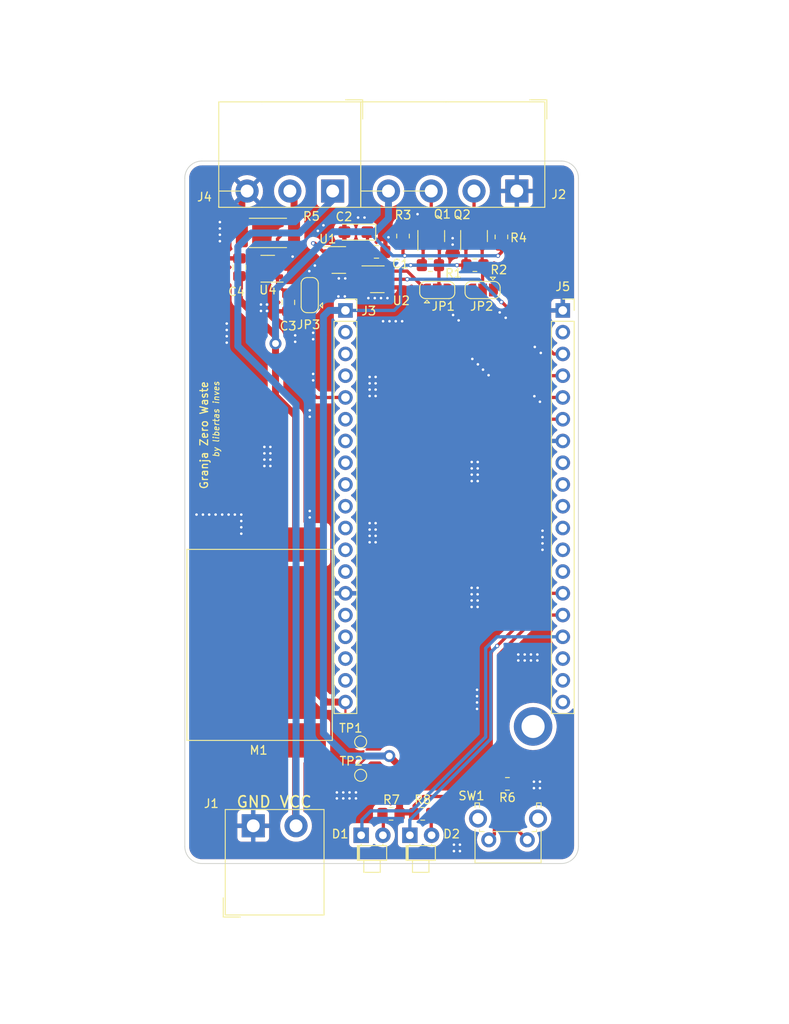
<source format=kicad_pcb>
(kicad_pcb (version 20211014) (generator pcbnew)
  (title_block (title "4-20mA Wifi Logger ") (date "2022-03-15") (rev "v1.0"))
  (layers (0 "F.Cu" signal) (31 "B.Cu" signal) (34 "B.Paste" user) (35 "F.Paste" user) (36 "B.SilkS" user "B.Silkscreen") (37 "F.SilkS" user "F.Silkscreen") (38 "B.Mask" user) (39 "F.Mask" user) (44 "Edge.Cuts" user))
  (net 0 "")
  (net 1 "GND")
  (net 2 "+5V")
  (net 4 "led1")
  (net 5 "Net-(D1-Pad2)")
  (net 6 "led2")
  (net 7 "Net-(D2-Pad2)")
  (net 8 "+3V3")
  (net 9 "switch")
  (net 10 "adc_uc")
  (net 11 "scl")
  (net 12 "sda")
  (net 13 "adc121")
  (net 14 "+12V")
  (net 29 "Net-(J4-Pad2)")
  (net 31 "tx")
  (net 32 "rx")
  (net 42 "Net-(J2-Pad3)")
  (net 43 "Net-(J2-Pad2)")
  (net 44 "Net-(JP1-Pad2)")
  (net 45 "Net-(JP2-Pad2)")
  (net 46 "Net-(C1-Pad1)")
  (net 48 "Net-(C3-Pad1)")
  (footprint "project_library:TerminalBlock__1x02_P5.00mm_90Degree" (layer "F.Cu") (at 146 118.5958)
    (fp_text reference "J1" (at -4.9 -2.5958) (layer "F.SilkS"))
    (fp_text value "Screw_Terminal_01x02")
    (pad "1" thru_hole rect locked (at 0 0) (size 2.7 2.7) (drill 1.5) (layers *.Cu *.Mask) (net 1 "GND"))
    (pad "2" thru_hole circle locked (at 5 0) (size 2.7 2.7) (drill 1.5) (layers *.Cu *.Mask) (net 14 "+12V"))
  )
  (footprint "Package_TO_SOT_SMD:SOT-23-5" (layer "F.Cu") (at 156 52.55)
    (fp_text reference "U1" (at -1.3 -2.45) (layer "F.SilkS"))
    (fp_text value "LP2980-ADJ")
    (pad "1" smd roundrect (at -1.1375 -0.95) (size 1.325 0.6) (layers "F.Cu" "F.Paste" "F.Mask") (net 2 "+5V"))
    (pad "2" smd roundrect (at -1.1375 0) (size 1.325 0.6) (layers "F.Cu" "F.Paste" "F.Mask") (net 1 "GND"))
    (pad "3" smd roundrect (at -1.1375 0.95) (size 1.325 0.6) (layers "F.Cu" "F.Paste" "F.Mask") (net 2 "+5V"))
    (pad "4" smd roundrect (at 1.1375 0.95) (size 1.325 0.6) (layers "F.Cu" "F.Paste" "F.Mask"))
    (pad "5" smd roundrect (at 1.1375 -0.95) (size 1.325 0.6) (layers "F.Cu" "F.Paste" "F.Mask") (net 46 "Net-(C1-Pad1)"))
  )
  (footprint "Resistor_SMD:R_0805_2012Metric_Pad1.20x1.40mm_HandSolder" (layer "F.Cu") (at 163.5 49.756 -90)
    (fp_text reference "R3" (at -2.456 0 180) (layer "F.SilkS"))
    (fp_text value "10k")
    (pad "1" smd roundrect (at -1 0 270) (size 1.2 1.4) (layers "F.Cu" "F.Paste" "F.Mask") (roundrect_rratio 0.208333) (net 42 "Net-(J2-Pad3)"))
    (pad "2" smd roundrect (at 1 0 270) (size 1.2 1.4) (layers "F.Cu" "F.Paste" "F.Mask") (roundrect_rratio 0.208333) (net 2 "+5V"))
  )
  (footprint "Package_TO_SOT_SMD:SOT-23-6" (layer "F.Cu") (at 147.6929 53.56975 180)
    (fp_text reference "U4" (at -0.0071 -2.48625) (layer "F.SilkS"))
    (fp_text value "LMP8640")
    (pad "1" smd roundrect locked (at -1.1375 -0.95 180) (size 1.325 0.6) (layers "F.Cu" "F.Paste" "F.Mask") (net 48 "Net-(C3-Pad1)"))
    (pad "2" smd roundrect locked (at -1.1375 0 180) (size 1.325 0.6) (layers "F.Cu" "F.Paste" "F.Mask") (net 1 "GND"))
    (pad "3" smd roundrect locked (at -1.1375 0.95 180) (size 1.325 0.6) (layers "F.Cu" "F.Paste" "F.Mask") (net 29 "Net-(J4-Pad2)"))
    (pad "4" smd roundrect locked (at 1.1375 0.95 180) (size 1.325 0.6) (layers "F.Cu" "F.Paste" "F.Mask") (net 1 "GND"))
    (pad "5" smd roundrect locked (at 1.1375 0 180) (size 1.325 0.6) (layers "F.Cu" "F.Paste" "F.Mask"))
    (pad "6" smd roundrect locked (at 1.1375 -0.95 180) (size 1.325 0.6) (layers "F.Cu" "F.Paste" "F.Mask") (net 2 "+5V"))
  )
  (footprint "Resistor_SMD:R_0805_2012Metric_Pad1.20x1.40mm_HandSolder" (layer "F.Cu") (at 166.7 53.156 180)
    (fp_text reference "R1" (at -2.7 -0.944) (layer "F.SilkS"))
    (fp_text value "10k")
    (pad "1" smd roundrect (at -1 0 180) (size 1.2 1.4) (layers "F.Cu" "F.Paste" "F.Mask") (roundrect_rratio 0.208333) (net 44 "Net-(JP1-Pad2)"))
    (pad "2" smd roundrect (at 1 0 180) (size 1.2 1.4) (layers "F.Cu" "F.Paste" "F.Mask") (roundrect_rratio 0.208333) (net 8 "+3V3"))
  )
  (footprint "LED_THT:LED_D1.8mm_W1.8mm_H2.4mm_Horizontal_O1.27mm_Z1.6mm" (layer "F.Cu") (at 158.61 119.7)
    (fp_text reference "D1" (at -2.46 -0.15) (layer "F.SilkS"))
    (fp_text value "LED")
    (pad "1" thru_hole rect locked (at 0 0) (size 1.8 1.8) (drill 0.9) (layers *.Cu *.Mask) (net 4 "led1"))
    (pad "2" thru_hole circle locked (at 2.54 0) (size 1.8 1.8) (drill 0.9) (layers *.Cu *.Mask) (net 5 "Net-(D1-Pad2)"))
  )
  (footprint "Jumper:SolderJumper-3_P1.3mm_Open_RoundedPad1.0x1.5mm" (layer "F.Cu") (at 167.5 56.056)
    (fp_text reference "JP1" (at 0.7 1.9) (layer "F.SilkS"))
    (fp_text value "SolderJumper_3_Open")
    (pad "1" smd custom (at -1.3 0) (size 1 0.5) (layers "F.Cu" "F.Mask") (net 12 "sda") (options (clearance outline) (anchor rect)) (primitives (gr_circle (center 0 0.25) (end 0.5 0.25) (width 0) (fill yes)) (gr_circle (center 0 -0.25) (end 0.5 -0.25) (width 0) (fill yes)) (gr_poly (pts (xy 0.55 0.75) (xy 0 0.75) (xy 0 -0.75) (xy 0.55 -0.75)) (width 0) (fill yes))))
    (pad "2" smd rect (at 0 0) (size 1 1.5) (layers "F.Cu" "F.Mask") (net 44 "Net-(JP1-Pad2)"))
    (pad "3" smd custom (at 1.3 0) (size 1 0.5) (layers "F.Cu" "F.Mask") (net 32 "rx") (options (clearance outline) (anchor rect)) (primitives (gr_circle (center 0 0.25) (end 0.5 0.25) (width 0) (fill yes)) (gr_circle (center 0 -0.25) (end 0.5 -0.25) (width 0) (fill yes)) (gr_poly (pts (xy 0 0.75) (xy -0.55 0.75) (xy -0.55 -0.75) (xy 0 -0.75)) (width 0) (fill yes))))
  )
  (footprint "Capacitor_SMD:C_0805_2012Metric_Pad1.18x1.45mm_HandSolder" (layer "F.Cu") (at 150.1 57.5 -90)
    (fp_text reference "C3" (at 2.7625 0.025) (layer "F.SilkS"))
    (fp_text value "10 uF")
    (pad "1" smd roundrect locked (at -1.0375 0 270) (size 1.175 1.45) (layers "F.Cu" "F.Paste" "F.Mask") (roundrect_rratio 0.2127659574) (net 48 "Net-(C3-Pad1)"))
    (pad "2" smd roundrect locked (at 1.0375 0 270) (size 1.175 1.45) (layers "F.Cu" "F.Paste" "F.Mask") (roundrect_rratio 0.2127659574) (net 1 "GND"))
  )
  (footprint "Resistor_SMD:R_0805_2012Metric_Pad1.20x1.40mm_HandSolder" (layer "F.Cu") (at 162.1 117.2)
    (fp_text reference "R7" (at 0.05 -1.65) (layer "F.SilkS"))
    (fp_text value "1k")
    (pad "1" smd roundrect locked (at -1 0) (size 1.2 1.4) (layers "F.Cu" "F.Paste" "F.Mask") (roundrect_rratio 0.2083333333) (net 5 "Net-(D1-Pad2)"))
    (pad "2" smd roundrect locked (at 1 0) (size 1.2 1.4) (layers "F.Cu" "F.Paste" "F.Mask") (roundrect_rratio 0.2083333333) (net 8 "+3V3"))
  )
  (footprint "Jumper:SolderJumper-3_P1.3mm_Open_RoundedPad1.0x1.5mm" (layer "F.Cu") (at 152.6 56.65 90)
    (fp_text reference "JP3" (at -3.45 -0.1325) (layer "F.SilkS"))
    (fp_text value "SolderJumper_3_Open")
    (pad "1" smd custom (at -1.3 0 90) (size 1 0.5) (layers "F.Cu" "F.Mask") (net 10 "adc_uc") (options (clearance outline) (anchor rect)) (primitives (gr_circle (center 0 0.25) (end 0.5 0.25) (width 0) (fill yes)) (gr_circle (center 0 -0.25) (end 0.5 -0.25) (width 0) (fill yes)) (gr_poly (pts (xy 0.55 0.75) (xy 0 0.75) (xy 0 -0.75) (xy 0.55 -0.75)) (width 0) (fill yes))))
    (pad "2" smd rect (at 0 0 90) (size 1 1.5) (layers "F.Cu" "F.Mask") (net 48 "Net-(C3-Pad1)"))
    (pad "3" smd custom (at 1.3 0 90) (size 1 0.5) (layers "F.Cu" "F.Mask") (net 13 "adc121") (options (clearance outline) (anchor rect)) (primitives (gr_circle (center 0 0.25) (end 0.5 0.25) (width 0) (fill yes)) (gr_circle (center 0 -0.25) (end 0.5 -0.25) (width 0) (fill yes)) (gr_poly (pts (xy 0 0.75) (xy -0.55 0.75) (xy -0.55 -0.75) (xy 0 -0.75)) (width 0) (fill yes))))
  )
  (footprint "Resistor_SMD:R_0805_2012Metric_Pad1.20x1.40mm_HandSolder" (layer "F.Cu") (at 175.7 113.7 180)
    (fp_text reference "R6" (at 0 -1.6) (layer "F.SilkS"))
    (fp_text value "10k")
    (pad "1" smd roundrect locked (at -1 0 180) (size 1.2 1.4) (layers "F.Cu" "F.Paste" "F.Mask") (roundrect_rratio 0.2083333333) (net 1 "GND"))
    (pad "2" smd roundrect locked (at 1 0 180) (size 1.2 1.4) (layers "F.Cu" "F.Paste" "F.Mask") (roundrect_rratio 0.2083333333) (net 9 "switch"))
  )
  (footprint "project_library:TerminalBlock__1x04_P5.00mm_90Degree" (layer "F.Cu") (at 176.8 44.5 180)
    (fp_text reference "J2" (at -4.9 -0.4) (layer "F.SilkS"))
    (fp_text value "Screw_Terminal_01x04")
    (pad "1" thru_hole rect (at 0 0 180) (size 2.7 2.7) (drill 1.5) (layers *.Cu *.Mask) (net 1 "GND"))
    (pad "2" thru_hole circle (at 5 0 180) (size 2.7 2.7) (drill 1.5) (layers *.Cu *.Mask) (net 43 "Net-(J2-Pad2)"))
    (pad "3" thru_hole circle (at 10 0 180) (size 2.7 2.7) (drill 1.5) (layers *.Cu *.Mask) (net 42 "Net-(J2-Pad3)"))
    (pad "4" thru_hole circle (at 15 0 180) (size 2.7 2.7) (drill 1.5) (layers *.Cu *.Mask) (net 2 "+5V"))
  )
  (footprint "Package_TO_SOT_SMD:SOT-23-6" (layer "F.Cu") (at 160.5 54.8)
    (fp_text reference "U2" (at 2.8 2.5) (layer "F.SilkS"))
    (fp_text value "ADC121C027CIMK")
    (pad "1" smd roundrect (at -1.1375 -0.95) (size 1.325 0.6) (layers "F.Cu" "F.Paste" "F.Mask") (net 46 "Net-(C1-Pad1)"))
    (pad "2" smd roundrect (at -1.1375 0) (size 1.325 0.6) (layers "F.Cu" "F.Paste" "F.Mask") (net 1 "GND"))
    (pad "3" smd roundrect (at -1.1375 0.95) (size 1.325 0.6) (layers "F.Cu" "F.Paste" "F.Mask") (net 13 "adc121"))
    (pad "4" smd roundrect (at 1.1375 0.95) (size 1.325 0.6) (layers "F.Cu" "F.Paste" "F.Mask") (net 1 "GND"))
    (pad "5" smd roundrect (at 1.1375 0) (size 1.325 0.6) (layers "F.Cu" "F.Paste" "F.Mask") (net 11 "scl"))
    (pad "6" smd roundrect (at 1.1375 -0.95) (size 1.325 0.6) (layers "F.Cu" "F.Paste" "F.Mask") (net 12 "sda"))
  )
  (footprint "Resistor_SMD:R_0805_2012Metric_Pad1.20x1.40mm_HandSolder" (layer "F.Cu") (at 165.8 117.2 180)
    (fp_text reference "R8" (at 0 1.65) (layer "F.SilkS"))
    (fp_text value "1k")
    (pad "1" smd roundrect locked (at -1 0 180) (size 1.2 1.4) (layers "F.Cu" "F.Paste" "F.Mask") (roundrect_rratio 0.2083333333) (net 7 "Net-(D2-Pad2)"))
    (pad "2" smd roundrect locked (at 1 0 180) (size 1.2 1.4) (layers "F.Cu" "F.Paste" "F.Mask") (roundrect_rratio 0.2083333333) (net 8 "+3V3"))
  )
  (footprint "Capacitor_SMD:C_0805_2012Metric_Pad1.18x1.45mm_HandSolder" (layer "F.Cu") (at 160.4 51.6)
    (fp_text reference "C1" (at 2.8 1.4) (layer "F.SilkS"))
    (fp_text value "100 nF")
    (pad "1" smd roundrect (at -1.0375 0) (size 1.175 1.45) (layers "F.Cu" "F.Paste" "F.Mask") (roundrect_rratio 0.212766) (net 46 "Net-(C1-Pad1)"))
    (pad "2" smd roundrect (at 1.0375 0) (size 1.175 1.45) (layers "F.Cu" "F.Paste" "F.Mask") (roundrect_rratio 0.212766) (net 1 "GND"))
  )
  (footprint "Package_TO_SOT_SMD:SOT-23" (layer "F.Cu") (at 171.8 49.756 90)
    (fp_text reference "Q2" (at 2.5 -1.4 180) (layer "F.SilkS"))
    (fp_text value "BSS138")
    (pad "1" smd roundrect (at -0.9375 -0.95 90) (size 1.475 0.6) (layers "F.Cu" "F.Paste" "F.Mask") (net 8 "+3V3"))
    (pad "2" smd roundrect (at -0.9375 0.95 90) (size 1.475 0.6) (layers "F.Cu" "F.Paste" "F.Mask") (net 45 "Net-(JP2-Pad2)"))
    (pad "3" smd roundrect (at 0.9375 0 90) (size 1.475 0.6) (layers "F.Cu" "F.Paste" "F.Mask") (net 43 "Net-(J2-Pad2)"))
  )
  (footprint "MountingHole:MountingHole_2.7mm_M2.5_ISO7380_Pad" (layer "F.Cu") (at 178.7 107)
    (fp_text reference "H1" hide)
    (fp_text value "MountingHole")
    (pad "1" thru_hole circle locked (at 0 0) (size 4.5 4.5) (drill 2.7) (layers *.Cu *.Mask))
  )
  (footprint "TestPoint:TestPoint_Pad_D1.0mm" (layer "F.Cu") (at 158.55 108.8)
    (fp_text reference "TP1" (at -1.15 -1.6) (layer "F.SilkS"))
    (fp_text value "TestPoint")
    (pad "1" smd circle locked (at 0 0) (size 1 1) (layers "F.Cu" "F.Mask") (net 2 "+5V"))
  )
  (footprint "Jumper:SolderJumper-3_P1.3mm_Open_RoundedPad1.0x1.5mm" (layer "F.Cu") (at 172.8 56.056 180)
    (fp_text reference "JP2" (at 0.1 -1.9) (layer "F.SilkS"))
    (fp_text value "SolderJumper_3_Open")
    (pad "1" smd custom (at -1.3 0 180) (size 1 0.5) (layers "F.Cu" "F.Mask") (net 11 "scl") (options (clearance outline) (anchor rect)) (primitives (gr_circle (center 0 0.25) (end 0.5 0.25) (width 0) (fill yes)) (gr_circle (center 0 -0.25) (end 0.5 -0.25) (width 0) (fill yes)) (gr_poly (pts (xy 0.55 0.75) (xy 0 0.75) (xy 0 -0.75) (xy 0.55 -0.75)) (width 0) (fill yes))))
    (pad "2" smd rect (at 0 0 180) (size 1 1.5) (layers "F.Cu" "F.Mask") (net 45 "Net-(JP2-Pad2)"))
    (pad "3" smd custom (at 1.3 0 180) (size 1 0.5) (layers "F.Cu" "F.Mask") (net 31 "tx") (options (clearance outline) (anchor rect)) (primitives (gr_circle (center 0 0.25) (end 0.5 0.25) (width 0) (fill yes)) (gr_circle (center 0 -0.25) (end 0.5 -0.25) (width 0) (fill yes)) (gr_poly (pts (xy 0 0.75) (xy -0.55 0.75) (xy -0.55 -0.75) (xy 0 -0.75)) (width 0) (fill yes))))
  )
  (footprint "Button_Switch_THT:SW_Tactile_SPST_Angled_PTS645Vx58-2LFS" (layer "F.Cu") (at 178.025 120.2375 180)
    (fp_text reference "SW1" (at 6.525 5.1375) (layer "F.SilkS"))
    (fp_text value "SW_DIP_x01")
    (pad "" thru_hole circle locked (at 5.76 2.49 180) (size 2.1 2.1) (drill 1.3) (layers *.Cu *.Mask))
    (pad "" thru_hole circle locked (at -1.25 2.49 180) (size 2.1 2.1) (drill 1.3) (layers *.Cu *.Mask))
    (pad "1" thru_hole circle locked (at 0 0 180) (size 1.75 1.75) (drill 0.99) (layers *.Cu *.Mask) (net 9 "switch"))
    (pad "2" thru_hole circle locked (at 4.5 0 180) (size 1.75 1.75) (drill 0.99) (layers *.Cu *.Mask) (net 8 "+3V3"))
  )
  (footprint "Capacitor_SMD:C_0805_2012Metric_Pad1.18x1.45mm_HandSolder" (layer "F.Cu") (at 144.3829 53.39975 90)
    (fp_text reference "C4" (at -2.85625 -0.3329 180) (layer "F.SilkS"))
    (fp_text value "100 nF")
    (pad "1" smd roundrect locked (at -1.0375 0 90) (size 1.175 1.45) (layers "F.Cu" "F.Paste" "F.Mask") (roundrect_rratio 0.2127659574) (net 2 "+5V"))
    (pad "2" smd roundrect locked (at 1.0375 0 90) (size 1.175 1.45) (layers "F.Cu" "F.Paste" "F.Mask") (roundrect_rratio 0.2127659574) (net 1 "GND"))
  )
  (footprint "Resistor_SMD:R_0805_2012Metric_Pad1.20x1.40mm_HandSolder" (layer "F.Cu") (at 175 49.856 -90)
    (fp_text reference "R4" (at 0.1 -2 180) (layer "F.SilkS"))
    (fp_text value "10k")
    (pad "1" smd roundrect (at -1 0 270) (size 1.2 1.4) (layers "F.Cu" "F.Paste" "F.Mask") (roundrect_rratio 0.208333) (net 43 "Net-(J2-Pad2)"))
    (pad "2" smd roundrect (at 1 0 270) (size 1.2 1.4) (layers "F.Cu" "F.Paste" "F.Mask") (roundrect_rratio 0.208333) (net 2 "+5V"))
  )
  (footprint "Capacitor_Tantalum_SMD:CP_EIA-3216-18_Kemet-A" (layer "F.Cu") (at 158 49.3 180)
    (fp_text reference "C2" (at 1.4 1.8) (layer "F.SilkS"))
    (fp_text value "C_Polarized_US")
    (pad "1" smd roundrect (at -1.35 0 180) (size 1.4 1.35) (layers "F.Cu" "F.Paste" "F.Mask") (roundrect_rratio 0.185185) (net 46 "Net-(C1-Pad1)"))
    (pad "2" smd roundrect (at 1.35 0 180) (size 1.4 1.35) (layers "F.Cu" "F.Paste" "F.Mask") (roundrect_rratio 0.185185) (net 1 "GND"))
  )
  (footprint "Resistor_SMD:R_2512_6332Metric_Pad1.40x3.35mm_HandSolder" (layer "F.Cu") (at 147.7169 49.3905 180)
    (fp_text reference "R5" (at -5.0831 1.9345) (layer "F.SilkS"))
    (fp_text value "2.7ohm")
    (pad "1" smd roundrect locked (at -3.05 0 180) (size 1.4 3.35) (layers "F.Cu" "F.Paste" "F.Mask") (roundrect_rratio 0.1785707143) (net 29 "Net-(J4-Pad2)"))
    (pad "2" smd roundrect locked (at 3.05 0 180) (size 1.4 3.35) (layers "F.Cu" "F.Paste" "F.Mask") (roundrect_rratio 0.1785707143) (net 1 "GND"))
  )
  (footprint "project_library:DC-DC_Buck_Step_Module" (layer "F.Cu") (at 138.245 108.63 90)
    (fp_text reference "M1" (at -1.145 8.38 180) (layer "F.SilkS"))
    (fp_text value "DC-DC_Buck_Step_Module-dc-dc_module")
    (pad "1" smd rect locked (at 0 15.24 90) (size 4 2) (layers "F.Cu" "F.Paste" "F.Mask") (net 14 "+12V"))
    (pad "1" smd rect locked (at 0 12.7 90) (size 4 2) (layers "F.Cu" "F.Paste" "F.Mask") (net 14 "+12V"))
    (pad "2" smd rect locked (at 22.86 15.24 90) (size 4 2) (layers "F.Cu" "F.Paste" "F.Mask") (net 2 "+5V"))
    (pad "2" smd rect locked (at 22.86 12.7 90) (size 4 2) (layers "F.Cu" "F.Paste" "F.Mask") (net 2 "+5V"))
    (pad "3" smd rect locked (at 22.86 3.81 90) (size 4 2) (layers "F.Cu" "F.Paste" "F.Mask") (net 1 "GND"))
    (pad "3" smd rect locked (at 0 1.27 90) (size 4 2) (layers "F.Cu" "F.Paste" "F.Mask") (net 1 "GND"))
    (pad "3" smd rect locked (at 0 3.81 90) (size 4 2) (layers "F.Cu" "F.Paste" "F.Mask") (net 1 "GND"))
    (pad "3" smd rect locked (at 22.86 1.27 90) (size 4 2) (layers "F.Cu" "F.Paste" "F.Mask") (net 1 "GND"))
  )
  (footprint "Resistor_SMD:R_0805_2012Metric_Pad1.20x1.40mm_HandSolder" (layer "F.Cu") (at 171.9 53.156 180)
    (fp_text reference "R2" (at -2.8 -0.544) (layer "F.SilkS"))
    (fp_text value "10k")
    (pad "1" smd roundrect (at -1 0 180) (size 1.2 1.4) (layers "F.Cu" "F.Paste" "F.Mask") (roundrect_rratio 0.208333) (net 45 "Net-(JP2-Pad2)"))
    (pad "2" smd roundrect (at 1 0 180) (size 1.2 1.4) (layers "F.Cu" "F.Paste" "F.Mask") (roundrect_rratio 0.208333) (net 8 "+3V3"))
  )
  (footprint "project_library:TerminalBlock__1x03_P5.00mm_90Degree" (layer "F.Cu") (at 155.2804 44.5029 180)
    (fp_text reference "J4" (at 14.9804 -0.6971 180) (layer "F.SilkS"))
    (fp_text value "Screw_Terminal_01x03")
    (pad "1" thru_hole rect (at 0 0 180) (size 2.7 2.7) (drill 1.5) (layers *.Cu *.Mask) (net 14 "+12V"))
    (pad "2" thru_hole circle (at 5 0 180) (size 2.7 2.7) (drill 1.5) (layers *.Cu *.Mask) (net 29 "Net-(J4-Pad2)"))
    (pad "3" thru_hole circle (at 10 0 180) (size 2.7 2.7) (drill 1.5) (layers *.Cu *.Mask) (net 1 "GND"))
  )
  (footprint "TestPoint:TestPoint_Pad_D1.0mm" (layer "F.Cu") (at 158.55 112.7)
    (fp_text reference "TP2" (at -1.1 -1.65) (layer "F.SilkS"))
    (fp_text value "TestPoint")
    (pad "1" smd circle locked (at 0 0) (size 1 1) (layers "F.Cu" "F.Mask") (net 8 "+3V3"))
  )
  (footprint "Package_TO_SOT_SMD:SOT-23" (layer "F.Cu") (at 166.8 49.756 90)
    (fp_text reference "Q1" (at 2.556 1.3 180) (layer "F.SilkS"))
    (fp_text value "BSS138")
    (pad "1" smd roundrect (at -0.9375 -0.95 90) (size 1.475 0.6) (layers "F.Cu" "F.Paste" "F.Mask") (net 8 "+3V3"))
    (pad "2" smd roundrect (at -0.9375 0.95 90) (size 1.475 0.6) (layers "F.Cu" "F.Paste" "F.Mask") (net 44 "Net-(JP1-Pad2)"))
    (pad "3" smd roundrect (at 0.9375 0 90) (size 1.475 0.6) (layers "F.Cu" "F.Paste" "F.Mask") (net 42 "Net-(J2-Pad3)"))
  )
  (footprint "Connector_PinSocket_2.54mm:PinSocket_1x19_P2.54mm_Vertical" (layer "F.Cu") (at 182.172 58.436)
    (fp_text reference "J5" (at 0 -2.77) (layer "F.SilkS"))
    (fp_text value "Conn_01x19_Female")
    (pad "1" thru_hole rect (at 0 0) (size 1.7 1.7) (drill 1) (layers *.Cu *.Mask) (net 1 "GND"))
    (pad "2" thru_hole oval (at 0 2.54) (size 1.7 1.7) (drill 1) (layers *.Cu *.Mask))
    (pad "3" thru_hole oval (at 0 5.08) (size 1.7 1.7) (drill 1) (layers *.Cu *.Mask) (net 11 "scl"))
    (pad "4" thru_hole oval (at 0 7.62) (size 1.7 1.7) (drill 1) (layers *.Cu *.Mask) (net 31 "tx"))
    (pad "5" thru_hole oval (at 0 10.16) (size 1.7 1.7) (drill 1) (layers *.Cu *.Mask) (net 32 "rx"))
    (pad "6" thru_hole oval (at 0 12.7) (size 1.7 1.7) (drill 1) (layers *.Cu *.Mask) (net 12 "sda"))
    (pad "7" thru_hole oval (at 0 15.24) (size 1.7 1.7) (drill 1) (layers *.Cu *.Mask) (net 1 "GND"))
    (pad "8" thru_hole oval (at 0 17.78) (size 1.7 1.7) (drill 1) (layers *.Cu *.Mask))
    (pad "9" thru_hole oval (at 0 20.32) (size 1.7 1.7) (drill 1) (layers *.Cu *.Mask))
    (pad "10" thru_hole oval (at 0 22.86) (size 1.7 1.7) (drill 1) (layers *.Cu *.Mask))
    (pad "11" thru_hole oval (at 0 25.4) (size 1.7 1.7) (drill 1) (layers *.Cu *.Mask))
    (pad "12" thru_hole oval (at 0 27.94) (size 1.7 1.7) (drill 1) (layers *.Cu *.Mask))
    (pad "13" thru_hole oval (at 0 30.48) (size 1.7 1.7) (drill 1) (layers *.Cu *.Mask))
    (pad "14" thru_hole oval (at 0 33.02) (size 1.7 1.7) (drill 1) (layers *.Cu *.Mask) (net 6 "led2"))
    (pad "15" thru_hole oval (at 0 35.56) (size 1.7 1.7) (drill 1) (layers *.Cu *.Mask) (net 9 "switch"))
    (pad "16" thru_hole oval (at 0 38.1) (size 1.7 1.7) (drill 1) (layers *.Cu *.Mask) (net 4 "led1"))
    (pad "17" thru_hole oval (at 0 40.64) (size 1.7 1.7) (drill 1) (layers *.Cu *.Mask))
    (pad "18" thru_hole oval (at 0 43.18) (size 1.7 1.7) (drill 1) (layers *.Cu *.Mask))
    (pad "19" thru_hole oval (at 0 45.72) (size 1.7 1.7) (drill 1) (layers *.Cu *.Mask))
  )
  (footprint "LED_THT:LED_D1.8mm_W1.8mm_H2.4mm_Horizontal_O1.27mm_Z1.6mm" (layer "F.Cu") (at 164.3 119.7)
    (fp_text reference "D2" (at 4.875 -0.15) (layer "F.SilkS"))
    (fp_text value "LED")
    (pad "1" thru_hole rect locked (at 0 0) (size 1.8 1.8) (drill 0.9) (layers *.Cu *.Mask) (net 6 "led2"))
    (pad "2" thru_hole circle locked (at 2.54 0) (size 1.8 1.8) (drill 0.9) (layers *.Cu *.Mask) (net 7 "Net-(D2-Pad2)"))
  )
  (footprint "Connector_PinSocket_2.54mm:PinSocket_1x19_P2.54mm_Vertical" (layer "F.Cu") (at 156.772 58.436)
    (fp_text reference "J3" (at 2.728 0.064) (layer "F.SilkS"))
    (fp_text value "Conn_01x19_Female")
    (pad "1" thru_hole rect locked (at 0 0) (size 1.7 1.7) (drill 1) (layers *.Cu *.Mask) (net 8 "+3V3"))
    (pad "2" thru_hole oval locked (at 0 2.54) (size 1.7 1.7) (drill 1) (layers *.Cu *.Mask))
    (pad "3" thru_hole oval locked (at 0 5.08) (size 1.7 1.7) (drill 1) (layers *.Cu *.Mask))
    (pad "4" thru_hole oval locked (at 0 7.62) (size 1.7 1.7) (drill 1) (layers *.Cu *.Mask))
    (pad "5" thru_hole oval locked (at 0 10.16) (size 1.7 1.7) (drill 1) (layers *.Cu *.Mask) (net 10 "adc_uc"))
    (pad "6" thru_hole oval locked (at 0 12.7) (size 1.7 1.7) (drill 1) (layers *.Cu *.Mask))
    (pad "7" thru_hole oval locked (at 0 15.24) (size 1.7 1.7) (drill 1) (layers *.Cu *.Mask))
    (pad "8" thru_hole oval locked (at 0 17.78) (size 1.7 1.7) (drill 1) (layers *.Cu *.Mask))
    (pad "9" thru_hole oval locked (at 0 20.32) (size 1.7 1.7) (drill 1) (layers *.Cu *.Mask))
    (pad "10" thru_hole oval locked (at 0 22.86) (size 1.7 1.7) (drill 1) (layers *.Cu *.Mask))
    (pad "11" thru_hole oval locked (at 0 25.4) (size 1.7 1.7) (drill 1) (layers *.Cu *.Mask))
    (pad "12" thru_hole oval locked (at 0 27.94) (size 1.7 1.7) (drill 1) (layers *.Cu *.Mask))
    (pad "13" thru_hole oval locked (at 0 30.48) (size 1.7 1.7) (drill 1) (layers *.Cu *.Mask))
    (pad "14" thru_hole oval locked (at 0 33.02) (size 1.7 1.7) (drill 1) (layers *.Cu *.Mask) (net 1 "GND"))
    (pad "15" thru_hole oval locked (at 0 35.56) (size 1.7 1.7) (drill 1) (layers *.Cu *.Mask))
    (pad "16" thru_hole oval locked (at 0 38.1) (size 1.7 1.7) (drill 1) (layers *.Cu *.Mask))
    (pad "17" thru_hole oval locked (at 0 40.64) (size 1.7 1.7) (drill 1) (layers *.Cu *.Mask))
    (pad "18" thru_hole oval locked (at 0 43.18) (size 1.7 1.7) (drill 1) (layers *.Cu *.Mask))
    (pad "19" thru_hole oval locked (at 0 45.72) (size 1.7 1.7) (drill 1) (layers *.Cu *.Mask) (net 2 "+5V"))
  )
  (gr_line (start 138 43) (end 138 121) (layer "Edge.Cuts") (width 0.1))
  (gr_arc (start 182 41) (mid 183.414214 41.585786) (end 184 43) (layer "Edge.Cuts") (width 0.1))
  (gr_line (start 182 123) (end 140 123) (layer "Edge.Cuts") (width 0.1))
  (gr_arc (start 138 43) (mid 138.585786 41.585786) (end 140 41) (layer "Edge.Cuts") (width 0.1))
  (gr_line (start 182 41) (end 140 41) (layer "Edge.Cuts") (width 0.1))
  (gr_arc (start 184 121) (mid 183.414214 122.414214) (end 182 123) (layer "Edge.Cuts") (width 0.1))
  (gr_line (start 184 121) (end 184 43) (layer "Edge.Cuts") (width 0.1))
  (gr_arc (start 140 123) (mid 138.585786 122.414214) (end 138 121) (layer "Edge.Cuts") (width 0.1))
  (gr_text "VCC" (at 150.95 115.8) (layer "F.SilkS") (effects (font (size 1.3 1.3) (thickness 0.2))))
  (gr_text "GND" (at 146.05 115.8) (layer "F.SilkS") (effects (font (size 1.3 1.3) (thickness 0.2))))
  (gr_text "\n    by libertas inves" (at 141.1 72.2 90) (layer "F.SilkS") (effects (font (size 0.7 0.7) (thickness 0.12) italic)))
  (gr_text "Granja Zero Waste" (at 140.25 73 90) (layer "F.SilkS") (effects (font (size 0.9 0.9))))
  (segment (start 145.90365 49.3905) (end 146.5554 50.04225) (width 0.381) (layer "F.Cu") (net 1))
  (segment (start 144.6669 49.3905) (end 145.90365 49.3905) (width 0.381) (layer "F.Cu") (net 1))
  (segment (start 144.6669 44.90375) (end 144.6669 47.25375) (width 0.8128) (layer "F.Cu") (net 1))
  (segment (start 145.2721 44.5089) (end 145.01375 44.5089) (width 0.8128) (layer "F.Cu") (net 1))
  (segment (start 146.5554 50.04225) (end 146.5554 52.61975) (width 0.381) (layer "F.Cu") (net 1))
  (segment (start 144.6429 44.87975) (end 144.6669 44.90375) (width 0.8128) (layer "F.Cu") (net 1))
  (segment (start 145.01375 44.5089) (end 144.6429 44.87975) (width 0.8128) (layer "F.Cu") (net 1))
  (segment (start 144.6669 47.25375) (end 144.6669 49.3905) (width 0.8128) (layer "F.Cu") (net 1))
  (via (at 179.5 69.1) (size 0.5) (drill 0.3) (layers "F.Cu" "B.Cu") (net 1))
  (via (at 171.52 93.050267) (size 0.5) (drill 0.3) (layers "F.Cu" "B.Cu") (net 1))
  (via (at 172.15 104.95) (size 0.5) (drill 0.3) (layers "F.Cu" "B.Cu") (net 1))
  (via (at 148 74.37) (size 0.5) (drill 0.3) (layers "F.Cu" "B.Cu") (net 1))
  (via (at 172.15 102.72) (size 0.5) (drill 0.3) (layers "F.Cu" "B.Cu") (net 1))
  (via (at 155.77 114.7) (size 0.5) (drill 0.3) (layers "F.Cu" "B.Cu") (net 1))
  (via (at 147.3 76.6) (size 0.5) (drill 0.3) (layers "F.Cu" "B.Cu") (net 1))
  (via (at 155.77 115.4) (size 0.5) (drill 0.3) (layers "F.Cu" "B.Cu") (net 1))
  (via (at 156 54.7) (size 0.5) (drill 0.3) (layers "F.Cu" "B.Cu") (net 1))
  (via (at 174.8 58.67) (size 0.5) (drill 0.3) (layers "F.Cu" "B.Cu") (net 1))
  (via (at 171.53 76.88) (size 0.5) (drill 0.3) (layers "F.Cu" "B.Cu") (net 1))
  (via (at 162.65 59.7) (size 0.5) (drill 0.3) (layers "F.Cu" "B.Cu") (net 1))
  (via (at 159.6 66.95) (size 0.5) (drill 0.3) (layers "F.Cu" "B.Cu") (net 1))
  (via (at 148 75.12) (size 0.5) (drill 0.3) (layers "F.Cu" "B.Cu") (net 1))
  (via (at 157.25 114.7) (size 0.5) (drill 0.3) (layers "F.Cu" "B.Cu") (net 1))
  (via (at 160.93 57) (size 0.5) (drill 0.3) (layers "F.Cu" "B.Cu") (net 1))
  (via (at 152.6 70.85) (size 0.5) (drill 0.3) (layers "F.Cu" "B.Cu") (net 1))
  (via (at 178.85 68.45) (size 0.5) (drill 0.3) (layers "F.Cu" "B.Cu") (net 1))
  (via (at 172.25 64.73) (size 0.5) (drill 0.3) (layers "F.Cu" "B.Cu") (net 1))
  (via (at 152.6 81.85) (size 0.5) (drill 0.3) (layers "F.Cu" "B.Cu") (net 1))
  (via (at 148 75.85) (size 0.5) (drill 0.3) (layers "F.Cu" "B.Cu") (net 1))
  (via (at 156.52 115.4) (size 0.5) (drill 0.3) (layers "F.Cu" "B.Cu") (net 1))
  (via (at 140.12 82.27) (size 0.5) (drill 0.3) (layers "F.Cu" "B.Cu") (net 1))
  (via (at 158.25 47.6) (size 0.5) (drill 0.3) (layers "F.Cu" "B.Cu") (net 1))
  (via (at 157.25 115.4) (size 0.5) (drill 0.3) (layers "F.Cu" "B.Cu") (net 1))
  (via (at 159.6 67.68) (size 0.5) (drill 0.3) (layers "F.Cu" "B.Cu") (net 1))
  (via (at 169.35 58.97) (size 0.5) (drill 0.3) (layers "F.Cu" "B.Cu") (net 1))
  (via (at 153 61.8) (size 0.5) (drill 0.3) (layers "F.Cu" "B.Cu") (net 1))
  (via (at 155.95 56.8) (size 0.5) (drill 0.3) (layers "F.Cu" "B.Cu") (net 1))
  (via (at 142.1 49.606) (size 0.5) (drill 0.3) (layers "F.Cu" "B.Cu") (net 1))
  (via (at 178.8 113.45) (size 0.5) (drill 0.3) (layers "F.Cu" "B.Cu") (net 1))
  (via (at 160.3 85.5) (size 0.5) (drill 0.3) (layers "F.Cu" "B.Cu") (net 1))
  (via (at 154.2 48.5) (size 0.5) (drill 0.3) (layers "F.Cu" "B.Cu") (net 1))
  (via (at 178.45 98.6) (size 0.5) (drill 0.3) (layers "F.Cu" "B.Cu") (net 1))
  (via (at 161.92 59.7) (size 0.5) (drill 0.3) (layers "F.Cu" "B.Cu") (net 1))
  (via (at 171.52 90.820267) (size 0.5) (drill 0.3) (layers "F.Cu" "B.Cu") (net 1))
  (via (at 142.9 59.97) (size 0.5) (drill 0.3) (layers "F.Cu" "B.Cu") (net 1))
  (via (at 159.6 68.43) (size 0.5) (drill 0.3) (layers "F.Cu" "B.Cu") (net 1))
  (via (at 142.1 48.126) (size 0.5) (drill 0.3) (layers "F.Cu" "B.Cu") (net 1))
  (via (at 153.55 49.15) (size 0.5) (drill 0.3) (layers "F.Cu" "B.Cu") (net 1))
  (via (at 172.15 103.47) (size 0.5) (drill 0.3) (layers "F.Cu" "B.Cu") (net 1))
  (via (at 156.52 114.7) (size 0.5) (drill 0.3) (layers "F.Cu" "B.Cu") (net 1))
  (via (at 147.3 75.12) (size 0.5) (drill 0.3) (layers "F.Cu" "B.Cu") (net 1))
  (via (at 139.37 82.27) (size 0.5) (drill 0.3) (layers "F.Cu" "B.Cu") (net 1))
  (via (at 147.6 57.75) (size 0.5) (drill 0.3) (layers "F.Cu" "B.Cu") (net 1))
  (via (at 147.3 75.85) (size 0.5) (drill 0.3) (layers "F.Cu" "B.Cu") (net 1))
  (via (at 159.6 83.27) (size 0.5) (drill 0.3) (layers "F.Cu" "B.Cu") (net 1))
  (via (at 172.22 93.050267) (size 0.5) (drill 0.3) (layers "F.Cu" "B.Cu") (net 1))
  (via (at 159.6 66.2) (size 0.5) (drill 0.3) (layers "F.Cu" "B.Cu") (net 1))
  (via (at 177.72 98.6) (size 0.5) (drill 0.3) (layers "F.Cu" "B.Cu") (net 1))
  (via (at 170.15 121.55) (size 0.5) (drill 0.3) (layers "F.Cu" "B.Cu") (net 1))
  (via (at 150.9 61.35) (size 0.5) (drill 0.3) (layers "F.Cu" "B.Cu") (net 1))
  (via (at 173.5 66) (size 0.5) (drill 0.3) (layers "F.Cu" "B.Cu") (net 1))
  (via (at 171.53 76.13) (size 0.5) (drill 0.3) (layers "F.Cu" "B.Cu") (net 1))
  (via (at 176.97 99.3) (size 0.5) (drill 0.3) (layers "F.Cu" "B.Cu") (net 1))
  (via (at 160.3 84.02) (size 0.5) (drill 0.3) (layers "F.Cu" "B.Cu") (net 1))
  (via (at 161.68 57) (size 0.5) (drill 0.3) (layers "F.Cu" "B.Cu") (net 1))
  (via (at 143.85 82.27) (size 0.5) (drill 0.3) (layers "F.Cu" "B.Cu") (net 1))
  (via (at 159 47.6) (size 0.5) (drill 0.3) (layers "F.Cu" "B.Cu") (net 1))
  (via (at 153 65.85) (size 0.5) (drill 0.3) (layers "F.Cu" "B.Cu") (net 1))
  (via (at 163.4 59.7) (size 0.5) (drill 0.3) (layers "F.Cu" "B.Cu") (net 1))
  (via (at 160.3 66.2) (size 0.5) (drill 0.3) (layers "F.Cu" "B.Cu") (net 1))
  (via (at 160.3 68.43) (size 0.5) (drill 0.3) (layers "F.Cu" "B.Cu") (net 1))
  (via (at 158 114.7) (size 0.5) (drill 0.3) (layers "F.Cu" "B.Cu") (net 1))
  (via (at 175.5 59.3) (size 0.5) (drill 0.3) (layers "F.Cu" "B.Cu") (net 1))
  (via (at 159.45 57) (size 0.5) (drill 0.3) (layers "F.Cu" "B.Cu") (net 1))
  (via (at 171.52 92.300267) (size 0.5) (drill 0.3) (layers "F.Cu" "B.Cu") (net 1))
  (via (at 153 61.05) (size 0.5) (drill 0.3) (layers "F.Cu" "B.Cu") (net 1))
  (via (at 160.3 83.27) (size 0.5) (drill 0.3) (layers "F.Cu" "B.Cu") (net 1))
  (via (at 147.6 58.5) (size 0.5) (drill 0.3) (layers "F.Cu" "B.Cu") (net 1))
  (via (at 171.53 77.61) (size 0.5) (drill 0.3) (layers "F.Cu" "B.Cu") (net 1))
  (via (at 159.6 84.75) (size 0.5) (drill 0.3) (layers "F.Cu" "B.Cu") (net 1))
  (via (at 165.2 47.2) (size 0.5) (drill 0.3) (layers "F.Cu" "B.Cu") (net 1))
  (via (at 172.23 76.13) (size 0.5) (drill 0.3) (layers "F.Cu" "B.Cu") (net 1))
  (via (at 169.45 121.55) (size 0.5) (drill 0.3) (layers "F.Cu" "B.Cu") (net 1))
  (via (at 144.6 84.5) (size 0.5) (drill 0.3) (layers "F.Cu" "B.Cu") (net 1))
  (via (at 172.85 65.35) (size 0.5) (drill 0.3) (layers "F.Cu" "B.Cu") (net 1))
  (via (at 179.8 84.15) (size 0.5) (drill 0.3) (layers "F.Cu" "B.Cu") (net 1))
  (via (at 170 59.6) (size 0.5) (drill 0.3) (layers "F.Cu" "B.Cu") (net 1))
  (via (at 147.3 74.37) (size 0.5) (drill 0.3) (layers "F.Cu" "B.Cu") (net 1))
  (via (at 160.3 84.75) (size 0.5) (drill 0.3) (layers "F.Cu" "B.Cu") (net 1))
  (via (at 146.9 57.75) (size 0.5) (drill 0.3) (layers "F.Cu" "B.Cu") (net 1))
  (via (at 152.6 82.6) (size 0.5) (drill 0.3) (layers "F.Cu" "B.Cu") (net 1))
  (via (at 142.1 48.876) (size 0.5) (drill 0.3) (layers "F.Cu" "B.Cu") (net 1))
  (via (at 169.3 50.756) (size 0.5) (drill 0.3) (layers "F.Cu" "B.Cu") (net 1))
  (via (at 158 115.4) (size 0.5) (drill 0.3) (layers "F.Cu" "B.Cu") (net 1))
  (via (at 178.9 62.7) (size 0.5) (drill 0.3) (layers "F.Cu" "B.Cu") (net 1))
  (via (at 141.6 82.27) (size 0.5) (drill 0.3) (layers "F.Cu" "B.Cu") (net 1))
  (via (at 150.6 52.156) (size 0.5) (drill 0.3) (layers "F.Cu" "B.Cu") (net 1))
  (via (at 152.55 53.85) (size 0.5) (drill 0.3) (layers "F.Cu" "B.Cu") (net 1))
  (via (at 146.9 58.5) (size 0.5) (drill 0.3) (layers "F.Cu" "B.Cu") (net 1))
  (via (at 170.15 120.8) (size 0.5) (drill 0.3) (layers "F.Cu" "B.Cu") (net 1))
  (via (at 161.17 59.7) (size 0.5) (drill 0.3) (layers "F.Cu" "B.Cu") (net 1))
  (via (at 142.9 60.72) (size 0.5) (drill 0.3) (layers "F.Cu" "B.Cu") (net 1))
  (via (at 179.8 84.9) (size 0.5) (drill 0.3) (layers "F.Cu" "B.Cu") (net 1))
  (via (at 153 66.6) (size 0.5) (drill 0.3) (layers "F.Cu" "B.Cu") (net 1))
  (via (at 179.6 63.4) (size 0.5) (drill 0.3) (layers "F.Cu" "B.Cu") (net 1))
  (via (at 179.8 86.38) (size 0.5) (drill 0.3) (layers "F.Cu" "B.Cu") (net 1))
  (via (at 178.45 99.3) (size 0.5) (drill 0.3) (layers "F.Cu" "B.Cu") (net 1))
  (via (at 152.6 70.1) (size 0.5) (drill 0.3) (layers "F.Cu" "B.Cu") (net 1))
  (via (at 156.75 54.7) (size 0.5) (drill 0.3) (layers "F.Cu" "B.Cu") (net 1))
  (via (at 150.9 62.1) (size 0.5) (drill 0.3) (layers "F.Cu" "B.Cu") (net 1))
  (via (at 179.2 98.6) (size 0.5) (drill 0.3) (layers "F.Cu" "B.Cu") (net 1))
  (via (at 143.12 82.27) (size 0.5) (drill 0.3) (layers "F.Cu" "B.Cu") (net 1))
  (via (at 179.5 114.2) (size 0.5) (drill 0.3) (layers "F.Cu" "B.Cu") (net 1))
  (via (at 148 76.6) (size 0.5) (drill 0.3) (layers "F.Cu" "B.Cu") (net 1))
  (via (at 177.72 99.3) (size 0.5) (drill 0.3) (layers "F.Cu" "B.Cu") (net 1))
  (via (at 142.1 50.356) (size 0.5) (drill 0.3) (layers "F.Cu" "B.Cu") (net 1))
  (via (at 172.23 77.61) (size 0.5) (drill 0.3) (layers "F.Cu" "B.Cu") (net 1))
  (via (at 172.23 76.88) (size 0.5) (drill 0.3) (layers "F.Cu" "B.Cu") (net 1))
  (via (at 172.22 90.820267) (size 0.5) (drill 0.3) (layers "F.Cu" "B.Cu") (net 1))
  (via (at 179.5 113.45) (size 0.5) (drill 0.3) (layers "F.Cu" "B.Cu") (net 1))
  (via (at 160.3 66.95) (size 0.5) (drill 0.3) (layers "F.Cu" "B.Cu") (net 1))
  (via (at 160.2 57) (size 0.5) (drill 0.3) (layers "F.Cu" "B.Cu") (net 1))
  (via (at 140.85 82.27) (size 0.5) (drill 0.3) (layers "F.Cu" "B.Cu") (net 1))
  (via (at 179.8 85.63) (size 0.5) (drill 0.3) (layers "F.Cu" "B.Cu") (net 1))
  (via (at 172.23 78.36) (size 0.5) (drill 0.3) (layers "F.Cu" "B.Cu") (net 1))
  (via (at 142.37 82.27) (size 0.5) (drill 0.3) (layers "F.Cu" "B.Cu") (net 1))
  (via (at 171.53 78.36) (size 0.5) (drill 0.3) (layers "F.Cu" "B.Cu") (net 1))
  (via (at 159.6 85.5) (size 0.5) (drill 0.3) (layers "F.Cu" "B.Cu") (net 1))
  (via (at 171.6 64.1) (size 0.5) (drill 0.3) (layers "F.Cu" "B.Cu") (net 1))
  (via (at 142.9 61.45) (size 0.5) (drill 0.3) (layers "F.Cu" "B.Cu") (net 1))
  (via (at 169.45 120.8) (size 0.5) (drill 0.3) (layers "F.Cu" "B.Cu") (net 1))
  (via (at 178.8 114.2) (size 0.5) (drill 0.3) (layers "F.Cu" "B.Cu") (net 1))
  (via (at 156.7 56.8) (size 0.5) (drill 0.3) (layers "F.Cu" "B.Cu") (net 1))
  (via (at 176.97 98.6) (size 0.5) (drill 0.3) (layers "F.Cu" "B.Cu") (net 1))
  (via (at 144.6 82.27) (size 0.5) (drill 0.3) (layers "F.Cu" "B.Cu") (net 1))
  (via (at 160.3 67.68) (size 0.5) (drill 0.3) (layers "F.Cu" "B.Cu") (net 1))
  (via (at 161.8 49.9) (size 0.5) (drill 0.3) (layers "F.Cu" "B.Cu") (net 1))
  (via (at 144.6 83.02) (size 0.5) (drill 0.3) (layers "F.Cu" "B.Cu") (net 1))
  (via (at 153.2 53.2) (size 0.5) (drill 0.3) (layers "F.Cu" "B.Cu") (net 1))
  (via (at 142.9 62.2) (size 0.5) (drill 0.3) (layers "F.Cu" "B.Cu") (net 1))
  (via (at 144.6 83.75) (size 0.5) (drill 0.3) (layers "F.Cu" "B.Cu") (net 1))
  (via (at 172.22 92.300267) (size 0.5) (drill 0.3) (layers "F.Cu" "B.Cu") (net 1))
  (via (at 172.15 104.2) (size 0.5) (drill 0.3) (layers "F.Cu" "B.Cu") (net 1))
  (via (at 169.3 50.006) (size 0.5) (drill 0.3) (layers "F.Cu" "B.Cu") (net 1))
  (via (at 172.22 91.570267) (size 0.5) (drill 0.3) (layers "F.Cu" "B.Cu") (net 1))
  (via (at 171.52 91.570267) (size 0.5) (drill 0.3) (layers "F.Cu" "B.Cu") (net 1))
  (via (at 179.2 99.3) (size 0.5) (drill 0.3) (layers "F.Cu" "B.Cu") (net 1))
  (via (at 159.6 84.02) (size 0.5) (drill 0.3) (layers "F.Cu" "B.Cu") (net 1))
  (segment (start 156.772 107.928) (end 156.772 104.156) (width 0.25) (layer "F.Cu") (net 2))
  (segment (start 144.3829 57.193342) (end 144.3829 54.43725) (width 0.8128) (layer "F.Cu") (net 2))
  (segment (start 153 50.6) (end 153.2 50.6) (width 0.381) (layer "F.Cu") (net 2))
  (segment (start 144.4654 54.51975) (end 144.3829 54.43725) (width 0.381) (layer "F.Cu") (net 2))
  (segment (start 155.85 51.6) (end 156 51.75) (width 0.381) (layer "F.Cu") (net 2))
  (segment (start 156.75 107.95) (end 156.772 107.928) (width 0.25) (layer "F.Cu") (net 2))
  (segment (start 148.6 68.4) (end 150.945 70.745) (width 0.8128) (layer "F.Cu") (net 2))
  (segment (start 146.5554 54.51975) (end 144.4654 54.51975) (width 0.381) (layer "F.Cu") (net 2))
  (segment (start 175 50.856) (end 175 51.656) (width 0.381) (layer "F.Cu") (net 2))
  (segment (start 157.6 108.8) (end 156.75 107.95) (width 0.25) (layer "F.Cu") (net 2))
  (segment (start 148.6 62.3) (end 148.6 68.4) (width 0.8128) (layer "F.Cu") (net 2))
  (segment (start 154.8625 51.6) (end 155.85 51.6) (width 0.381) (layer "F.Cu") (net 2))
  (segment (start 154.2 51.6) (end 154.8625 51.6) (width 0.381) (layer "F.Cu") (net 2))
  (segment (start 153.2 50.6) (end 154.2 51.6) (width 0.381) (layer "F.Cu") (net 2))
  (segment (start 148.6 62.3) (end 148.6 61.410442) (width 0.8128) (layer "F.Cu") (net 2))
  (segment (start 175 51.656) (end 174.6 52.056) (width 0.381) (layer "F.Cu") (net 2))
  (segment (start 153.485 85.77) (end 153.485 103.085) (width 0.8128) (layer "F.Cu") (net 2))
  (segment (start 156 53.35) (end 155.85 53.5) (width 0.381) (layer "F.Cu") (net 2))
  (segment (start 163.5 51.856) (end 163.7 52.056) (width 0.381) (layer "F.Cu") (net 2))
  (segment (start 154.556 104.156) (end 156.772 104.156) (width 0.8128) (layer "F.Cu") (net 2))
  (segment (start 148.6 61.410442) (end 144.3829 57.193342) (width 0.8128) (layer "F.Cu") (net 2))
  (segment (start 155.85 53.5) (end 154.8625 53.5) (width 0.381) (layer "F.Cu") (net 2))
  (segment (start 163.5 50.756) (end 163.5 51.856) (width 0.381) (layer "F.Cu") (net 2))
  (segment (start 153.485 85.77) (end 150.945 85.77) (width 0.8128) (layer "F.Cu") (net 2))
  (segment (start 150.945 70.745) (end 150.945 85.77) (width 0.8128) (layer "F.Cu") (net 2))
  (segment (start 153.485 103.085) (end 154.556 104.156) (width 0.8128) (layer "F.Cu") (net 2))
  (segment (start 158.55 108.8) (end 157.6 108.8) (width 0.25) (layer "F.Cu") (net 2))
  (segment (start 156 51.75) (end 156 53.35) (width 0.381) (layer "F.Cu") (net 2))
  (via (at 148.6 62.3) (size 1.4) (drill 0.8) (layers "F.Cu" "B.Cu") (net 2))
  (via (at 153 50.6) (size 0.5) (drill 0.3) (layers "F.Cu" "B.Cu") (net 2))
  (via (at 163.7 52.056) (size 0.5) (drill 0.3) (layers "F.Cu" "B.Cu") (net 2))
  (via (at 174.6 52.056) (size 0.5) (drill 0.3) (layers "F.Cu" "B.Cu") (net 2))
  (segment (start 148.6 62.3) (end 148.6 56) (width 0.8128) (layer "B.Cu") (net 2))
  (segment (start 163.7 52.056) (end 174.6 52.056) (width 0.381) (layer "B.Cu") (net 2))
  (segment (start 148.6 56) (end 153.6 51) (width 0.8128) (layer "B.Cu") (net 2))
  (segment (start 153.4 51) (end 153 50.6) (width 0.381) (layer "B.Cu") (net 2))
  (segment (start 160 49.756) (end 162.3 52.056) (width 0.381) (layer "B.Cu") (net 2))
  (segment (start 155.344 49.256) (end 160.239558 49.256) (width 0.8128) (layer "B.Cu") (net 2))
  (segment (start 153.6 51) (end 153.4 51) (width 0.381) (layer "B.Cu") (net 2))
  (segment (start 160.239558 49.256) (end 161.8 47.695558) (width 0.8128) (layer "B.Cu") (net 2))
  (segment (start 160 49.756) (end 160 49.495558) (width 0.381) (layer "B.Cu") (net 2))
  (segment (start 162.3 52.056) (end 163.7 52.056) (width 0.381) (layer "B.Cu") (net 2))
  (segment (start 161.8 47.695558) (end 161.8 44.5) (width 0.8128) (layer "B.Cu") (net 2))
  (segment (start 153.6 51) (end 155.344 49.256) (width 0.8128) (layer "B.Cu") (net 2))
  (segment (start 160 49.495558) (end 160.239558 49.256) (width 0.381) (layer "B.Cu") (net 2))
  (segment (start 159.75 116.85) (end 164.52902 116.85) (width 0.381) (layer "B.Cu") (net 4))
  (segment (start 174.49302 96.536) (end 182.172 96.536) (width 0.381) (layer "B.Cu") (net 4))
  (segment (start 164.52902 116.85) (end 173.16451 108.21451) (width 0.381) (layer "B.Cu") (net 4))
  (segment (start 173.16451 108.21451) (end 173.16451 97.86451) (width 0.381) (layer "B.Cu") (net 4))
  (segment (start 158.7 117.9) (end 159.75 116.85) (width 0.381) (layer "B.Cu") (net 4))
  (segment (start 173.16451 97.86451) (end 174.49302 96.536) (width 0.381) (layer "B.Cu") (net 4))
  (segment (start 158.7 119.7) (end 158.7 117.9) (width 0.381) (layer "B.Cu") (net 4))
  (segment (start 161.15 119.1) (end 161.2 119.05) (width 0.381) (layer "F.Cu") (net 5))
  (segment (start 161.2 119.05) (end 161.2 119.66) (width 0.381) (layer "F.Cu") (net 5))
  (segment (start 161.2 117.2) (end 161.2 119.05) (width 0.381) (layer "F.Cu") (net 5))
  (segment (start 161.15 119.7) (end 161.15 119.1) (width 0.381) (layer "F.Cu") (net 5))
  (segment (start 174.5 97.6) (end 180.644 91.456) (width 0.381) (layer "F.Cu") (net 6))
  (segment (start 180.644 91.456) (end 182.172 91.456) (width 0.381) (layer "F.Cu") (net 6))
  (via (at 174.5 97.6) (size 0.5) (drill 0.3) (layers "F.Cu" "B.Cu") (net 6))
  (segment (start 173.75 108.45) (end 173.75 98.35) (width 0.381) (layer "B.Cu") (net 6))
  (segment (start 173.75 98.35) (end 174.5 97.6) (width 0.381) (layer "B.Cu") (net 6))
  (segment (start 164.3 117.9) (end 173.75 108.45) (width 0.381) (layer "B.Cu") (net 6))
  (segment (start 164.3 119.7) (end 164.3 117.9) (width 0.381) (layer "B.Cu") (net 6))
  (segment (start 166.84 119.7) (end 166.84 118.89) (width 0.381) (layer "F.Cu") (net 7))
  (segment (start 166.8 117.2) (end 166.8 118.85) (width 0.381) (layer "F.Cu") (net 7))
  (segment (start 166.84 118.89) (end 166.8 118.85) (width 0.381) (layer "F.Cu") (net 7))
  (segment (start 174.175 116.525) (end 174.175 119.5875) (width 0.381) (layer "F.Cu") (net 8))
  (segment (start 164.4 53.156) (end 165.7 53.156) (width 0.381) (layer "F.Cu") (net 8))
  (segment (start 161.9 110.45) (end 159.4 110.45) (width 0.25) (layer "F.Cu") (net 8))
  (segment (start 165.85 53.006) (end 165.7 53.156) (width 0.381) (layer "F.Cu") (net 8))
  (segment (start 164.8 116.25) (end 165.875 115.175) (width 0.381) (layer "F.Cu") (net 8))
  (segment (start 163.1 117.2) (end 164.8 117.2) (width 0.381) (layer "F.Cu") (net 8))
  (segment (start 163.1 111.65) (end 163.1 117.2) (width 0.8128) (layer "F.Cu") (net 8))
  (segment (start 171.2 53.156) (end 169.8 53.156) (width 0.381) (layer "F.Cu") (net 8))
  (segment (start 170.85 50.6935) (end 170.85 53.106) (width 0.381) (layer "F.Cu") (net 8))
  (segment (start 174.175 119.5875) (end 173.525 120.2375) (width 0.381) (layer "F.Cu") (net 8))
  (segment (start 164.8 117.2) (end 164.8 116.25) (width 0.381) (layer "F.Cu") (net 8))
  (segment (start 172.825 115.175) (end 174.175 116.525) (width 0.381) (layer "F.Cu") (net 8))
  (segment (start 165.85 50.6935) (end 165.85 53.006) (width 0.381) (layer "F.Cu") (net 8))
  (segment (start 161.9 110.45) (end 163.1 111.65) (width 0.8128) (layer "F.Cu") (net 8))
  (segment (start 158.55 111.3) (end 158.55 112.7) (width 0.25) (layer "F.Cu") (net 8))
  (segment (start 159.4 110.45) (end 158.55 111.3) (width 0.25) (layer "F.Cu") (net 8))
  (segment (start 170.85 53.106) (end 170.9 53.156) (width 0.381) (layer "F.Cu") (net 8))
  (segment (start 165.875 115.175) (end 172.825 115.175) (width 0.381) (layer "F.Cu") (net 8))
  (via (at 169.8 53.156) (size 0.5) (drill 0.3) (layers "F.Cu" "B.Cu") (net 8))
  (via (at 164.4 53.156) (size 0.5) (drill 0.3) (layers "F.Cu" "B.Cu") (net 8))
  (via (at 161.9 110.45) (size 1.4) (drill 0.8) (layers "F.Cu" "B.Cu") (net 8))
  (segment (start 163.2 57.7) (end 162.464 58.436) (width 0.381) (layer "B.Cu") (net 8))
  (segment (start 154.2 59.1) (end 154.2 61.3) (width 0.8128) (layer "B.Cu") (net 8))
  (segment (start 164.4 53.156) (end 169.8 53.156) (width 0.381) (layer "B.Cu") (net 8))
  (segment (start 156.85 110.45) (end 161.9 110.45) (width 0.8128) (layer "B.Cu") (net 8))
  (segment (start 163.744 53.156) (end 163.2 53.7) (width 0.381) (layer "B.Cu") (net 8))
  (segment (start 154.2 107.8) (end 156.85 110.45) (width 0.8128) (layer "B.Cu") (net 8))
  (segment (start 164.4 53.156) (end 163.744 53.156) (width 0.381) (layer "B.Cu") (net 8))
  (segment (start 154.2 59.1) (end 154.864 58.436) (width 0.8128) (layer "B.Cu") (net 8))
  (segment (start 163.2 53.7) (end 163.2 57.7) (width 0.381) (layer "B.Cu") (net 8))
  (segment (start 154.2 61.3) (end 154.2 107.8) (width 0.8128) (layer "B.Cu") (net 8))
  (segment (start 154.864 58.436) (end 156.772 58.436) (width 0.8128) (layer "B.Cu") (net 8))
  (segment (start 162.464 58.436) (end 156.772 58.436) (width 0.381) (layer "B.Cu") (net 8))
  (segment (start 176.8 116.820979) (end 176.8 119.0125) (width 0.381) (layer "F.Cu") (net 9))
  (segment (start 176.8 119.0125) (end 178.025 120.2375) (width 0.381) (layer "F.Cu") (net 9))
  (segment (start 174.7 113.7) (end 174.7 98.6) (width 0.381) (layer "F.Cu") (net 9))
  (segment (start 179.304 93.996) (end 174.7 98.6) (width 0.381) (layer "F.Cu") (net 9))
  (segment (start 182.172 93.996) (end 179.304 93.996) (width 0.381) (layer "F.Cu") (net 9))
  (segment (start 174.7 114.720979) (end 174.7 113.7) (width 0.381) (layer "F.Cu") (net 9))
  (segment (start 174.7 114.720979) (end 176.8 116.820979) (width 0.381) (layer "F.Cu") (net 9))
  (segment (start 153.4 68.6) (end 152 67.2) (width 0.381) (layer "F.Cu") (net 10))
  (segment (start 152 67.2) (end 152 58.55) (width 0.381) (layer "F.Cu") (net 10))
  (segment (start 156.772 68.596) (end 154.954 68.596) (width 0.381) (layer "F.Cu") (net 10))
  (segment (start 154.95 68.6) (end 153.4 68.6) (width 0.381) (layer "F.Cu") (net 10))
  (segment (start 152 58.55) (end 152.6 57.95) (width 0.381) (layer "F.Cu") (net 10))
  (segment (start 154.954 68.596) (end 154.95 68.6) (width 0.381) (layer "F.Cu") (net 10))
  (segment (start 175.056 57.456) (end 181.116 63.516) (width 0.381) (layer "F.Cu") (net 11))
  (segment (start 161.6375 54.8) (end 164 54.8) (width 0.381) (layer "F.Cu") (net 11))
  (segment (start 174.1 56.556) (end 175 57.456) (width 0.381) (layer "F.Cu") (net 11))
  (segment (start 174.1 56.6) (end 174.1 56.056) (width 0.381) (layer "F.Cu") (net 11))
  (segment (start 174.1 56.056) (end 174.1 56.556) (width 0.381) (layer "F.Cu") (net 11))
  (segment (start 181.116 63.516) (end 182.172 63.516) (width 0.381) (layer "F.Cu") (net 11))
  (via (at 175 57.456) (size 0.5) (drill 0.3) (layers "F.Cu" "B.Cu") (net 11))
  (via (at 164 54.8) (size 0.5) (drill 0.3) (layers "F.Cu" "B.Cu") (net 11))
  (segment (start 172.344 54.8) (end 175 57.456) (width 0.381) (layer "B.Cu") (net 11))
  (segment (start 164 54.8) (end 172.344 54.8) (width 0.381) (layer "B.Cu") (net 11))
  (segment (start 180.036 71.136) (end 182.172 71.136) (width 0.381) (layer "F.Cu") (net 12))
  (segment (start 161.6375 53.85) (end 163.994 53.85) (width 0.381) (layer "F.Cu") (net 12))
  (segment (start 166.2 57.3) (end 180.036 71.136) (width 0.381) (layer "F.Cu") (net 12))
  (segment (start 166.2 56.056) (end 166.2 57.3) (width 0.381) (layer "F.Cu") (net 12))
  (segment (start 163.994 53.85) (end 166.2 56.056) (width 0.381) (layer "F.Cu") (net 12))
  (segment (start 154.15 55.35) (end 154.55 55.75) (width 0.381) (layer "F.Cu") (net 13))
  (segment (start 152.6 55.35) (end 154.15 55.35) (width 0.381) (layer "F.Cu") (net 13))
  (segment (start 154.55 55.75) (end 159.3625 55.75) (width 0.381) (layer "F.Cu") (net 13))
  (segment (start 151 118.5958) (end 150.945 118.5408) (width 0.8128) (layer "F.Cu") (net 14))
  (segment (start 150.945 118.5408) (end 150.945 108.63) (width 0.8128) (layer "F.Cu") (net 14))
  (segment (start 153.485 108.63) (end 150.945 108.63) (width 0.8128) (layer "F.Cu") (net 14))
  (segment (start 155.2804 44.5029) (end 155.2804 45.5196) (width 0.8128) (layer "B.Cu") (net 14))
  (segment (start 144.2 51) (end 144.2 62.6) (width 0.8128) (layer "B.Cu") (net 14))
  (segment (start 155.2804 45.5196) (end 151.4 49.4) (width 0.8128) (layer "B.Cu") (net 14))
  (segment (start 144.2 62.6) (end 151 69.4) (width 0.8128) (layer "B.Cu") (net 14))
  (segment (start 151 69.4) (end 151 118.5958) (width 0.8128) (layer "B.Cu") (net 14))
  (segment (start 151.4 49.4) (end 145.8 49.4) (width 0.8128) (layer "B.Cu") (net 14))
  (segment (start 145.8 49.4) (end 144.2 51) (width 0.8128) (layer "B.Cu") (net 14))
  (segment (start 150.2721 44.55895) (end 150.7929 45.07975) (width 0.8128) (layer "F.Cu") (net 29))
  (segment (start 148.8304 50.09225) (end 148.8304 52.61975) (width 0.381) (layer "F.Cu") (net 29))
  (segment (start 150.7929 45.07975) (end 150.7669 45.10575) (width 0.8128) (layer "F.Cu") (net 29))
  (segment (start 150.7669 45.10575) (end 150.7669 49.3905) (width 0.8128) (layer "F.Cu") (net 29))
  (segment (start 150.2721 44.5089) (end 150.2721 44.55895) (width 0.8128) (layer "F.Cu") (net 29))
  (segment (start 150.7669 49.3905) (end 149.53215 49.3905) (width 0.381) (layer "F.Cu") (net 29))
  (segment (start 149.53215 49.3905) (end 148.8304 50.09225) (width 0.381) (layer "F.Cu") (net 29))
  (segment (start 171.5 56.786022) (end 171.5 56.056) (width 0.381) (layer "F.Cu") (net 31))
  (segment (start 180.769978 66.056) (end 171.5 56.786022) (width 0.381) (layer "F.Cu") (net 31))
  (segment (start 182.172 66.056) (end 180.769978 66.056) (width 0.381) (layer "F.Cu") (net 31))
  (segment (start 168.8 56.056) (end 168.8 56.5) (width 0.381) (layer "F.Cu") (net 32))
  (segment (start 180.396 68.596) (end 168.7 56.9) (width 0.381) (layer "F.Cu") (net 32))
  (segment (start 182.172 68.596) (end 180.396 68.596) (width 0.381) (layer "F.Cu") (net 32))
  (segment (start 168.8 56.5) (end 168.7 56.6) (width 0.381) (layer "F.Cu") (net 32))
  (segment (start 168.7 56.9) (end 168.7 56.6) (width 0.381) (layer "F.Cu") (net 32))
  (segment (start 166.8 48.8185) (end 163.5625 48.8185) (width 0.381) (layer "F.Cu") (net 42))
  (segment (start 163.5625 48.8185) (end 163.5 48.756) (width 0.381) (layer "F.Cu") (net 42))
  (segment (start 166.8 44.506) (end 166.8 48.9885) (width 0.381) (layer "F.Cu") (net 42))
  (segment (start 174.9625 48.8185) (end 175 48.856) (width 0.381) (layer "F.Cu") (net 43))
  (segment (start 171.8 44.5) (end 171.8 48.8185) (width 0.381) (layer "F.Cu") (net 43))
  (segment (start 171.8 48.8185) (end 174.9625 48.8185) (width 0.381) (layer "F.Cu") (net 43))
  (segment (start 167.7 53.156) (end 167.7 55.856) (width 0.381) (layer "F.Cu") (net 44))
  (segment (start 167.75 50.6935) (end 167.75 53.106) (width 0.381) (layer "F.Cu") (net 44))
  (segment (start 167.75 53.106) (end 167.7 53.156) (width 0.381) (layer "F.Cu") (net 44))
  (segment (start 167.7 55.856) (end 167.5 56.056) (width 0.381) (layer "F.Cu") (net 44))
  (segment (start 172.75 50.6935) (end 172.75 53.006) (width 0.381) (layer "F.Cu") (net 45))
  (segment (start 172.8 56.056) (end 172.8 53.256) (width 0.381) (layer "F.Cu") (net 45))
  (segment (start 172.75 53.006) (end 172.9 53.156) (width 0.381) (layer "F.Cu") (net 45))
  (segment (start 172.8 53.256) (end 172.9 53.156) (width 0.381) (layer "F.Cu") (net 45))
  (segment (start 159.35 51.5875) (end 159.3625 51.6) (width 0.381) (layer "F.Cu") (net 46))
  (segment (start 159.3625 51.6) (end 159.3625 53.85) (width 0.381) (layer "F.Cu") (net 46))
  (segment (start 157.1375 51.6) (end 159.3625 51.6) (width 0.381) (layer "F.Cu") (net 46))
  (segment (start 159.35 49.3) (end 159.35 51.5875) (width 0.381) (layer "F.Cu") (net 46))
  (segment (start 148.8304 55.42225) (end 148.8304 54.51975) (width 0.381) (layer "F.Cu") (net 48))
  (segment (start 149.41415 56.006) (end 148.8304 55.42225) (width 0.381) (layer "F.Cu") (net 48))
  (segment (start 152.6 56.65) (end 150.2875 56.65) (width 0.381) (layer "F.Cu") (net 48))
  (segment (start 150.2875 56.65) (end 150.1 56.4625) (width 0.381) (layer "F.Cu") (net 48))
  (zone (net 1) (net_name "GND") (layer "F.Cu") (connect_pads (clearance 0.508)) (min_thickness 0.254) (fill yes (thermal_gap 0.508) (thermal_bridge_width 0.508))
    (polygon (pts (xy 184 123) (xy 138 123) (xy 138 41) (xy 184 41)))
  )
  (zone (net 1) (net_name "GND") (layer "B.Cu") (connect_pads (clearance 0.508)) (min_thickness 0.254) (fill yes (thermal_gap 0.508) (thermal_bridge_width 0.508))
    (polygon (pts (xy 184 123) (xy 138 123) (xy 138 41) (xy 184 41)))
  )
)
</source>
